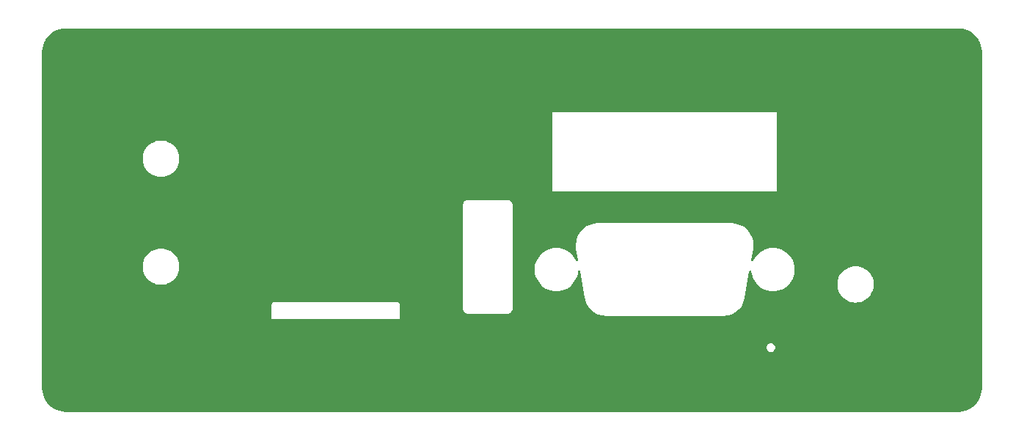
<source format=gbr>
%TF.GenerationSoftware,KiCad,Pcbnew,9.0.0*%
%TF.CreationDate,2025-03-14T14:53:35-04:00*%
%TF.ProjectId,MiniCamel_FrontPlate,4d696e69-4361-46d6-956c-5f46726f6e74,rev?*%
%TF.SameCoordinates,Original*%
%TF.FileFunction,Soldermask,Bot*%
%TF.FilePolarity,Negative*%
%FSLAX46Y46*%
G04 Gerber Fmt 4.6, Leading zero omitted, Abs format (unit mm)*
G04 Created by KiCad (PCBNEW 9.0.0) date 2025-03-14 14:53:35*
%MOMM*%
%LPD*%
G01*
G04 APERTURE LIST*
%ADD10C,4.064000*%
G04 APERTURE END LIST*
D10*
%TO.C,REF\u002A\u002A*%
X81310000Y-71791723D03*
X182460000Y-71791723D03*
X81310000Y-109010000D03*
X182460000Y-109010000D03*
%TD*%
G36*
X105191158Y-89788773D02*
G01*
X105220562Y-89791087D01*
X105230232Y-89792232D01*
X105391084Y-89817708D01*
X105400634Y-89819607D01*
X105429307Y-89826491D01*
X105438677Y-89829134D01*
X105593577Y-89879464D01*
X105602712Y-89882834D01*
X105629942Y-89894113D01*
X105638784Y-89898189D01*
X105783913Y-89972136D01*
X105792409Y-89976895D01*
X105817537Y-89992294D01*
X105825631Y-89997701D01*
X105957391Y-90093429D01*
X105965036Y-90099457D01*
X105987470Y-90118617D01*
X105994621Y-90125227D01*
X106109772Y-90240378D01*
X106116382Y-90247529D01*
X106135542Y-90269963D01*
X106141570Y-90277608D01*
X106237298Y-90409368D01*
X106242705Y-90417462D01*
X106258104Y-90442590D01*
X106262863Y-90451086D01*
X106336810Y-90596215D01*
X106340886Y-90605057D01*
X106352165Y-90632287D01*
X106355535Y-90641422D01*
X106405865Y-90796322D01*
X106408508Y-90805692D01*
X106415392Y-90834365D01*
X106417291Y-90843915D01*
X106442767Y-91004767D01*
X106443911Y-91014433D01*
X106446226Y-91043838D01*
X106446609Y-91053570D01*
X106446609Y-91216429D01*
X106446226Y-91226161D01*
X106443911Y-91255566D01*
X106442767Y-91265232D01*
X106417291Y-91426084D01*
X106415392Y-91435634D01*
X106408508Y-91464307D01*
X106405865Y-91473677D01*
X106355535Y-91628577D01*
X106352165Y-91637712D01*
X106340886Y-91664942D01*
X106336810Y-91673784D01*
X106262863Y-91818913D01*
X106258104Y-91827409D01*
X106242705Y-91852537D01*
X106237298Y-91860631D01*
X106141570Y-91992391D01*
X106135542Y-92000036D01*
X106116382Y-92022470D01*
X106109772Y-92029621D01*
X105994621Y-92144772D01*
X105987470Y-92151382D01*
X105965036Y-92170542D01*
X105957391Y-92176570D01*
X105825631Y-92272298D01*
X105817537Y-92277705D01*
X105792409Y-92293104D01*
X105783913Y-92297863D01*
X105638784Y-92371810D01*
X105629942Y-92375886D01*
X105602712Y-92387165D01*
X105593577Y-92390535D01*
X105438677Y-92440865D01*
X105429307Y-92443508D01*
X105400634Y-92450392D01*
X105391084Y-92452291D01*
X105230232Y-92477767D01*
X105220567Y-92478911D01*
X105191163Y-92481226D01*
X105181430Y-92481609D01*
X105018570Y-92481609D01*
X105008838Y-92481226D01*
X104979433Y-92478911D01*
X104969767Y-92477767D01*
X104808915Y-92452291D01*
X104799365Y-92450392D01*
X104770692Y-92443508D01*
X104761322Y-92440865D01*
X104606422Y-92390535D01*
X104597287Y-92387165D01*
X104570057Y-92375886D01*
X104561215Y-92371810D01*
X104416086Y-92297863D01*
X104407590Y-92293104D01*
X104382462Y-92277705D01*
X104374368Y-92272298D01*
X104242608Y-92176570D01*
X104234963Y-92170542D01*
X104212529Y-92151382D01*
X104205378Y-92144772D01*
X104090227Y-92029621D01*
X104083617Y-92022470D01*
X104064457Y-92000036D01*
X104058429Y-91992391D01*
X103962701Y-91860631D01*
X103957294Y-91852537D01*
X103941895Y-91827409D01*
X103937136Y-91818913D01*
X103863189Y-91673784D01*
X103859113Y-91664942D01*
X103847834Y-91637712D01*
X103844464Y-91628577D01*
X103794134Y-91473677D01*
X103791491Y-91464307D01*
X103784607Y-91435634D01*
X103782708Y-91426084D01*
X103757232Y-91265232D01*
X103756087Y-91255562D01*
X103753773Y-91226157D01*
X103753391Y-91216429D01*
X103753391Y-91053570D01*
X103753773Y-91043842D01*
X103756087Y-91014437D01*
X103757232Y-91004767D01*
X103782708Y-90843915D01*
X103784607Y-90834365D01*
X103791491Y-90805692D01*
X103794134Y-90796322D01*
X103844464Y-90641422D01*
X103847834Y-90632287D01*
X103859113Y-90605057D01*
X103863189Y-90596215D01*
X103937136Y-90451086D01*
X103941895Y-90442590D01*
X103957294Y-90417462D01*
X103962701Y-90409368D01*
X104058429Y-90277608D01*
X104064457Y-90269963D01*
X104083617Y-90247529D01*
X104090227Y-90240378D01*
X104205378Y-90125227D01*
X104212529Y-90118617D01*
X104234963Y-90099457D01*
X104242608Y-90093429D01*
X104374368Y-89997701D01*
X104382462Y-89992294D01*
X104407590Y-89976895D01*
X104416086Y-89972136D01*
X104561215Y-89898189D01*
X104570057Y-89894113D01*
X104597287Y-89882834D01*
X104606422Y-89879464D01*
X104761322Y-89829134D01*
X104770692Y-89826491D01*
X104799365Y-89819607D01*
X104808915Y-89817708D01*
X104969767Y-89792232D01*
X104979437Y-89791087D01*
X105008842Y-89788773D01*
X105018570Y-89788391D01*
X105181430Y-89788391D01*
X105191158Y-89788773D01*
G37*
G36*
X117831158Y-89778773D02*
G01*
X117860562Y-89781087D01*
X117870232Y-89782232D01*
X118031084Y-89807708D01*
X118040634Y-89809607D01*
X118069307Y-89816491D01*
X118078677Y-89819134D01*
X118233577Y-89869464D01*
X118242712Y-89872834D01*
X118269942Y-89884113D01*
X118278784Y-89888189D01*
X118423913Y-89962136D01*
X118432409Y-89966895D01*
X118457537Y-89982294D01*
X118465631Y-89987701D01*
X118597391Y-90083429D01*
X118605036Y-90089457D01*
X118627470Y-90108617D01*
X118634621Y-90115227D01*
X118749772Y-90230378D01*
X118756382Y-90237529D01*
X118775542Y-90259963D01*
X118781570Y-90267608D01*
X118877298Y-90399368D01*
X118882705Y-90407462D01*
X118898104Y-90432590D01*
X118902863Y-90441086D01*
X118976810Y-90586215D01*
X118980886Y-90595057D01*
X118992165Y-90622287D01*
X118995535Y-90631422D01*
X119045865Y-90786322D01*
X119048508Y-90795692D01*
X119055392Y-90824365D01*
X119057291Y-90833915D01*
X119082767Y-90994767D01*
X119083911Y-91004433D01*
X119086226Y-91033838D01*
X119086609Y-91043570D01*
X119086609Y-91206429D01*
X119086226Y-91216161D01*
X119083911Y-91245566D01*
X119082767Y-91255232D01*
X119057291Y-91416084D01*
X119055392Y-91425634D01*
X119048508Y-91454307D01*
X119045865Y-91463677D01*
X118995535Y-91618577D01*
X118992165Y-91627712D01*
X118980886Y-91654942D01*
X118976810Y-91663784D01*
X118902863Y-91808913D01*
X118898104Y-91817409D01*
X118882705Y-91842537D01*
X118877298Y-91850631D01*
X118781570Y-91982391D01*
X118775542Y-91990036D01*
X118756382Y-92012470D01*
X118749772Y-92019621D01*
X118634621Y-92134772D01*
X118627470Y-92141382D01*
X118605036Y-92160542D01*
X118597391Y-92166570D01*
X118465631Y-92262298D01*
X118457537Y-92267705D01*
X118432409Y-92283104D01*
X118423913Y-92287863D01*
X118278784Y-92361810D01*
X118269942Y-92365886D01*
X118242712Y-92377165D01*
X118233577Y-92380535D01*
X118078677Y-92430865D01*
X118069307Y-92433508D01*
X118040634Y-92440392D01*
X118031084Y-92442291D01*
X117870232Y-92467767D01*
X117860567Y-92468911D01*
X117831163Y-92471226D01*
X117821430Y-92471609D01*
X117658570Y-92471609D01*
X117648838Y-92471226D01*
X117619433Y-92468911D01*
X117609767Y-92467767D01*
X117448915Y-92442291D01*
X117439365Y-92440392D01*
X117410692Y-92433508D01*
X117401322Y-92430865D01*
X117246422Y-92380535D01*
X117237287Y-92377165D01*
X117210057Y-92365886D01*
X117201215Y-92361810D01*
X117056086Y-92287863D01*
X117047590Y-92283104D01*
X117022462Y-92267705D01*
X117014368Y-92262298D01*
X116882608Y-92166570D01*
X116874963Y-92160542D01*
X116852529Y-92141382D01*
X116845378Y-92134772D01*
X116730227Y-92019621D01*
X116723617Y-92012470D01*
X116704457Y-91990036D01*
X116698429Y-91982391D01*
X116602701Y-91850631D01*
X116597294Y-91842537D01*
X116581895Y-91817409D01*
X116577136Y-91808913D01*
X116503189Y-91663784D01*
X116499113Y-91654942D01*
X116487834Y-91627712D01*
X116484464Y-91618577D01*
X116434134Y-91463677D01*
X116431491Y-91454307D01*
X116424607Y-91425634D01*
X116422708Y-91416084D01*
X116397232Y-91255232D01*
X116396087Y-91245562D01*
X116393773Y-91216157D01*
X116393391Y-91206429D01*
X116393391Y-91043570D01*
X116393773Y-91033842D01*
X116396087Y-91004437D01*
X116397232Y-90994767D01*
X116422708Y-90833915D01*
X116424607Y-90824365D01*
X116431491Y-90795692D01*
X116434134Y-90786322D01*
X116484464Y-90631422D01*
X116487834Y-90622287D01*
X116499113Y-90595057D01*
X116503189Y-90586215D01*
X116577136Y-90441086D01*
X116581895Y-90432590D01*
X116597294Y-90407462D01*
X116602701Y-90399368D01*
X116698429Y-90267608D01*
X116704457Y-90259963D01*
X116723617Y-90237529D01*
X116730227Y-90230378D01*
X116845378Y-90115227D01*
X116852529Y-90108617D01*
X116874963Y-90089457D01*
X116882608Y-90083429D01*
X117014368Y-89987701D01*
X117022462Y-89982294D01*
X117047590Y-89966895D01*
X117056086Y-89962136D01*
X117201215Y-89888189D01*
X117210057Y-89884113D01*
X117237287Y-89872834D01*
X117246422Y-89869464D01*
X117401322Y-89819134D01*
X117410692Y-89816491D01*
X117439365Y-89809607D01*
X117448915Y-89807708D01*
X117609767Y-89782232D01*
X117619437Y-89781087D01*
X117648842Y-89778773D01*
X117658570Y-89778391D01*
X117821430Y-89778391D01*
X117831158Y-89778773D01*
G37*
G36*
X183894393Y-68278564D02*
G01*
X183923989Y-68282168D01*
X184130043Y-68332958D01*
X184144339Y-68337412D01*
X184447789Y-68452497D01*
X184461443Y-68458642D01*
X184748793Y-68609455D01*
X184761608Y-68617202D01*
X185028707Y-68801569D01*
X185040493Y-68810804D01*
X185283405Y-69026006D01*
X185293993Y-69036594D01*
X185509195Y-69279506D01*
X185518430Y-69291292D01*
X185702797Y-69558391D01*
X185710544Y-69571206D01*
X185861357Y-69858556D01*
X185867502Y-69872210D01*
X185982587Y-70175660D01*
X185987042Y-70189956D01*
X186064712Y-70505063D01*
X186067411Y-70519791D01*
X186106645Y-70842889D01*
X186107535Y-70855964D01*
X186109986Y-71018245D01*
X186110000Y-71020118D01*
X186110000Y-109699881D01*
X186109986Y-109701754D01*
X186107535Y-109864035D01*
X186106645Y-109877110D01*
X186067411Y-110200208D01*
X186064712Y-110214936D01*
X185987042Y-110530043D01*
X185982587Y-110544339D01*
X185867502Y-110847789D01*
X185861357Y-110861443D01*
X185710544Y-111148793D01*
X185702797Y-111161608D01*
X185518430Y-111428707D01*
X185509195Y-111440493D01*
X185293993Y-111683405D01*
X185283405Y-111693993D01*
X185040493Y-111909195D01*
X185028707Y-111918430D01*
X184761608Y-112102797D01*
X184748793Y-112110544D01*
X184461443Y-112261357D01*
X184447789Y-112267502D01*
X184144339Y-112382587D01*
X184130043Y-112387042D01*
X183814936Y-112464712D01*
X183800208Y-112467411D01*
X183477110Y-112506645D01*
X183464035Y-112507535D01*
X183301755Y-112509986D01*
X183299882Y-112510000D01*
X80437805Y-112510000D01*
X80436008Y-112509987D01*
X80272656Y-112507619D01*
X80259507Y-112506728D01*
X79934304Y-112467242D01*
X79919575Y-112464543D01*
X79602373Y-112386360D01*
X79588077Y-112381905D01*
X79282617Y-112266060D01*
X79268962Y-112259915D01*
X78979689Y-112108093D01*
X78966875Y-112100346D01*
X78698012Y-111914763D01*
X78686225Y-111905528D01*
X78441695Y-111688892D01*
X78431107Y-111678304D01*
X78214471Y-111433774D01*
X78205236Y-111421987D01*
X78019653Y-111153124D01*
X78011906Y-111140310D01*
X77860084Y-110851037D01*
X77853939Y-110837382D01*
X77738094Y-110531922D01*
X77733639Y-110517626D01*
X77655456Y-110200424D01*
X77652757Y-110185695D01*
X77613271Y-109860492D01*
X77612380Y-109847343D01*
X77610013Y-109683992D01*
X77610000Y-109682195D01*
X77610000Y-105008476D01*
X161242544Y-105008476D01*
X161242544Y-105151523D01*
X161282844Y-105288774D01*
X161360180Y-105409111D01*
X161468288Y-105502788D01*
X161468291Y-105502790D01*
X161598408Y-105562213D01*
X161740000Y-105582570D01*
X161881591Y-105562213D01*
X162011708Y-105502790D01*
X162011711Y-105502788D01*
X162119819Y-105409111D01*
X162197155Y-105288774D01*
X162237455Y-105151525D01*
X162237455Y-105151523D01*
X162239999Y-105080000D01*
X162237455Y-105008476D01*
X162237455Y-105008474D01*
X162197155Y-104871225D01*
X162119819Y-104750888D01*
X162011711Y-104657211D01*
X162011708Y-104657209D01*
X161881591Y-104597786D01*
X161740000Y-104577429D01*
X161598408Y-104597786D01*
X161468291Y-104657209D01*
X161468288Y-104657211D01*
X161360180Y-104750888D01*
X161282844Y-104871225D01*
X161242544Y-105008476D01*
X77610000Y-105008476D01*
X77610000Y-100133007D01*
X104090000Y-100133007D01*
X104090000Y-101743000D01*
X118919999Y-101743000D01*
X118919999Y-101742999D01*
X118919081Y-100133925D01*
X118916853Y-100080653D01*
X118916852Y-100080648D01*
X118876092Y-99982238D01*
X118876088Y-99982231D01*
X118800768Y-99906911D01*
X118800761Y-99906907D01*
X118702351Y-99866147D01*
X118702346Y-99866146D01*
X118649073Y-99863918D01*
X104360011Y-99863000D01*
X104360009Y-99863000D01*
X104306808Y-99865594D01*
X104208526Y-99906304D01*
X104133304Y-99981526D01*
X104092594Y-100079808D01*
X104090000Y-100133007D01*
X77610000Y-100133007D01*
X77610000Y-95596522D01*
X89252448Y-95596522D01*
X89252448Y-95883477D01*
X89291521Y-96167756D01*
X89291522Y-96167762D01*
X89368941Y-96444072D01*
X89483261Y-96707263D01*
X89632356Y-96952440D01*
X89632363Y-96952450D01*
X89813447Y-97175032D01*
X90023161Y-97370892D01*
X90023168Y-97370898D01*
X90257591Y-97536372D01*
X90257597Y-97536376D01*
X90512383Y-97668395D01*
X90782759Y-97764487D01*
X90782762Y-97764488D01*
X91063721Y-97822871D01*
X91350000Y-97842453D01*
X91636278Y-97822871D01*
X91917237Y-97764488D01*
X91917240Y-97764487D01*
X92187616Y-97668395D01*
X92442402Y-97536376D01*
X92442408Y-97536372D01*
X92676831Y-97370898D01*
X92676838Y-97370892D01*
X92886552Y-97175032D01*
X93067636Y-96952450D01*
X93067643Y-96952440D01*
X93216738Y-96707263D01*
X93331058Y-96444072D01*
X93408477Y-96167762D01*
X93408478Y-96167756D01*
X93447552Y-95883477D01*
X93449999Y-95740000D01*
X93447552Y-95596522D01*
X93408478Y-95312243D01*
X93408477Y-95312237D01*
X93331058Y-95035927D01*
X93216738Y-94772736D01*
X93067643Y-94527559D01*
X93067636Y-94527549D01*
X92886552Y-94304967D01*
X92676838Y-94109107D01*
X92676831Y-94109101D01*
X92442408Y-93943627D01*
X92442402Y-93943623D01*
X92187616Y-93811604D01*
X91917240Y-93715512D01*
X91917237Y-93715511D01*
X91636278Y-93657128D01*
X91350000Y-93637547D01*
X91063721Y-93657128D01*
X90782762Y-93715511D01*
X90782759Y-93715512D01*
X90512383Y-93811604D01*
X90257597Y-93943623D01*
X90257591Y-93943627D01*
X90023168Y-94109101D01*
X90023161Y-94109107D01*
X89813447Y-94304967D01*
X89632363Y-94527549D01*
X89632356Y-94527559D01*
X89483261Y-94772736D01*
X89368941Y-95035927D01*
X89291522Y-95312237D01*
X89291521Y-95312243D01*
X89252448Y-95596522D01*
X77610000Y-95596522D01*
X77610000Y-88609495D01*
X126200983Y-88609495D01*
X126200983Y-100590505D01*
X126203159Y-100663796D01*
X126241107Y-100805425D01*
X126314417Y-100932399D01*
X126314419Y-100932402D01*
X126418089Y-101036072D01*
X126418092Y-101036074D01*
X126545066Y-101109384D01*
X126686695Y-101147332D01*
X126759987Y-101149509D01*
X131360013Y-101149509D01*
X131433300Y-101147333D01*
X131433306Y-101147332D01*
X131574933Y-101109383D01*
X131574938Y-101109380D01*
X131701903Y-101036078D01*
X131701911Y-101036072D01*
X131805579Y-100932402D01*
X131805582Y-100932398D01*
X131878892Y-100805425D01*
X131916840Y-100663795D01*
X131919017Y-100590504D01*
X131919017Y-95922097D01*
X134486707Y-95922097D01*
X134486707Y-96236382D01*
X134526092Y-96548145D01*
X134526094Y-96548154D01*
X134604249Y-96852547D01*
X134719930Y-97144727D01*
X134719934Y-97144735D01*
X134871327Y-97420119D01*
X134871339Y-97420137D01*
X135056043Y-97674360D01*
X135056051Y-97674370D01*
X135271170Y-97903450D01*
X135513324Y-98103777D01*
X135778657Y-98272162D01*
X135778663Y-98272165D01*
X136063005Y-98405967D01*
X136063010Y-98405969D01*
X136361887Y-98503079D01*
X136670596Y-98561970D01*
X136670593Y-98561970D01*
X136984225Y-98581702D01*
X136984235Y-98581702D01*
X137297864Y-98561970D01*
X137606572Y-98503079D01*
X137905449Y-98405969D01*
X137905454Y-98405967D01*
X138189796Y-98272165D01*
X138189802Y-98272162D01*
X138455135Y-98103777D01*
X138697289Y-97903450D01*
X138912408Y-97674370D01*
X138912416Y-97674360D01*
X139097120Y-97420137D01*
X139097132Y-97420119D01*
X139248525Y-97144735D01*
X139248529Y-97144727D01*
X139364210Y-96852547D01*
X139442365Y-96548154D01*
X139442367Y-96548145D01*
X139477631Y-96269004D01*
X139505562Y-96204960D01*
X139563684Y-96166184D01*
X139633544Y-96164987D01*
X139692961Y-96201748D01*
X139722734Y-96262813D01*
X140271490Y-99345438D01*
X140271998Y-99348519D01*
X140290931Y-99472968D01*
X140292277Y-99476892D01*
X140413984Y-99878365D01*
X140648524Y-100317027D01*
X140963042Y-100700307D01*
X141346436Y-101014920D01*
X141785021Y-101249408D01*
X142251306Y-101390821D01*
X142251484Y-101390892D01*
X142252085Y-101391067D01*
X142253508Y-101391489D01*
X142260562Y-101393628D01*
X142748246Y-101441465D01*
X142753822Y-101442200D01*
X156174092Y-101430032D01*
X156213421Y-101436397D01*
X156220500Y-101438757D01*
X156225338Y-101440482D01*
X156227656Y-101441363D01*
X156234628Y-101440205D01*
X156707859Y-101393627D01*
X156713853Y-101391810D01*
X156715497Y-101391323D01*
X156716554Y-101391018D01*
X156716842Y-101390903D01*
X157183978Y-101249233D01*
X157622006Y-101014901D01*
X158005377Y-100700307D01*
X158319895Y-100317028D01*
X158554447Y-99878322D01*
X158698634Y-99402881D01*
X158698774Y-99401456D01*
X158698777Y-99401431D01*
X158698778Y-99401417D01*
X158703568Y-99352420D01*
X158704843Y-99343069D01*
X159245320Y-96260759D01*
X159276288Y-96198126D01*
X159336201Y-96162179D01*
X159406037Y-96164329D01*
X159463625Y-96203895D01*
X159490479Y-96266634D01*
X159526042Y-96548145D01*
X159526044Y-96548154D01*
X159604199Y-96852547D01*
X159719880Y-97144727D01*
X159719884Y-97144735D01*
X159871277Y-97420119D01*
X159871289Y-97420137D01*
X160055993Y-97674360D01*
X160056001Y-97674370D01*
X160271120Y-97903450D01*
X160513274Y-98103777D01*
X160778607Y-98272162D01*
X160778613Y-98272165D01*
X161062955Y-98405967D01*
X161062960Y-98405969D01*
X161361837Y-98503079D01*
X161670546Y-98561970D01*
X161670543Y-98561970D01*
X161984175Y-98581702D01*
X161984185Y-98581702D01*
X162297814Y-98561970D01*
X162606522Y-98503079D01*
X162905399Y-98405969D01*
X162905404Y-98405967D01*
X163189746Y-98272165D01*
X163189752Y-98272162D01*
X163455085Y-98103777D01*
X163697239Y-97903450D01*
X163912358Y-97674370D01*
X163912366Y-97674360D01*
X163939857Y-97636522D01*
X169422448Y-97636522D01*
X169422448Y-97923477D01*
X169461521Y-98207756D01*
X169461522Y-98207762D01*
X169538941Y-98484072D01*
X169653261Y-98747263D01*
X169802356Y-98992440D01*
X169802363Y-98992450D01*
X169983447Y-99215032D01*
X170193161Y-99410892D01*
X170193168Y-99410898D01*
X170427591Y-99576372D01*
X170427597Y-99576376D01*
X170682383Y-99708395D01*
X170952759Y-99804487D01*
X170952762Y-99804488D01*
X171233721Y-99862871D01*
X171520000Y-99882453D01*
X171806278Y-99862871D01*
X172087237Y-99804488D01*
X172087240Y-99804487D01*
X172357616Y-99708395D01*
X172612402Y-99576376D01*
X172612408Y-99576372D01*
X172846831Y-99410898D01*
X172846838Y-99410892D01*
X173056552Y-99215032D01*
X173237636Y-98992450D01*
X173237643Y-98992440D01*
X173386738Y-98747263D01*
X173501058Y-98484072D01*
X173578477Y-98207762D01*
X173578478Y-98207756D01*
X173617552Y-97923477D01*
X173619999Y-97780000D01*
X173617552Y-97636522D01*
X173578478Y-97352243D01*
X173578477Y-97352237D01*
X173501058Y-97075927D01*
X173386738Y-96812736D01*
X173237643Y-96567559D01*
X173237636Y-96567549D01*
X173056552Y-96344967D01*
X172846838Y-96149107D01*
X172846831Y-96149101D01*
X172612408Y-95983627D01*
X172612402Y-95983623D01*
X172357616Y-95851604D01*
X172087240Y-95755512D01*
X172087237Y-95755511D01*
X171806278Y-95697128D01*
X171520000Y-95677547D01*
X171233721Y-95697128D01*
X170952762Y-95755511D01*
X170952759Y-95755512D01*
X170682383Y-95851604D01*
X170427597Y-95983623D01*
X170427591Y-95983627D01*
X170193168Y-96149101D01*
X170193161Y-96149107D01*
X169983447Y-96344967D01*
X169802363Y-96567549D01*
X169802356Y-96567559D01*
X169653261Y-96812736D01*
X169538941Y-97075927D01*
X169461522Y-97352237D01*
X169461521Y-97352243D01*
X169422448Y-97636522D01*
X163939857Y-97636522D01*
X164097070Y-97420137D01*
X164097082Y-97420119D01*
X164248475Y-97144735D01*
X164248479Y-97144727D01*
X164364160Y-96852547D01*
X164442315Y-96548154D01*
X164442317Y-96548145D01*
X164481702Y-96236381D01*
X164484169Y-96079240D01*
X164481702Y-95922098D01*
X164442317Y-95610334D01*
X164442315Y-95610325D01*
X164364160Y-95305932D01*
X164248479Y-95013752D01*
X164248475Y-95013744D01*
X164097082Y-94738360D01*
X164097070Y-94738342D01*
X163912366Y-94484119D01*
X163912358Y-94484109D01*
X163697239Y-94255029D01*
X163455085Y-94054702D01*
X163189752Y-93886317D01*
X163189746Y-93886314D01*
X162905404Y-93752512D01*
X162905399Y-93752510D01*
X162606523Y-93655400D01*
X162297815Y-93596510D01*
X162297811Y-93596509D01*
X161984185Y-93576779D01*
X161984175Y-93576779D01*
X161670548Y-93596509D01*
X161670544Y-93596510D01*
X161361836Y-93655400D01*
X161062960Y-93752510D01*
X161062955Y-93752512D01*
X160778613Y-93886314D01*
X160778607Y-93886317D01*
X160513274Y-94054702D01*
X160271120Y-94255029D01*
X160056001Y-94484109D01*
X160055993Y-94484119D01*
X159871289Y-94738342D01*
X159871277Y-94738360D01*
X159719884Y-95013744D01*
X159719879Y-95013756D01*
X159707832Y-95044182D01*
X159664850Y-95099267D01*
X159598911Y-95122369D01*
X159530948Y-95106154D01*
X159482542Y-95055770D01*
X159469059Y-94987214D01*
X159470404Y-94977117D01*
X159690880Y-93719757D01*
X159701960Y-93690488D01*
X159705124Y-93679277D01*
X159705390Y-93673881D01*
X159746598Y-93256391D01*
X159746604Y-93256356D01*
X159746631Y-93256050D01*
X159747309Y-93249175D01*
X159746684Y-93242833D01*
X159746629Y-93242206D01*
X159746614Y-93242119D01*
X159698779Y-92757055D01*
X159698771Y-92756902D01*
X159698729Y-92756559D01*
X159698600Y-92755258D01*
X159554569Y-92280590D01*
X159553907Y-92278884D01*
X159319929Y-91841254D01*
X159005317Y-91457861D01*
X158624142Y-91145330D01*
X158623009Y-91144303D01*
X158621554Y-91143168D01*
X158621029Y-91142804D01*
X158183980Y-90908987D01*
X157708499Y-90764788D01*
X157705249Y-90764594D01*
X157215347Y-90716280D01*
X157214368Y-90716280D01*
X141794295Y-90728192D01*
X141754995Y-90721832D01*
X141750938Y-90720480D01*
X141745255Y-90718430D01*
X141741233Y-90716868D01*
X141734459Y-90717961D01*
X141263126Y-90764598D01*
X141259892Y-90764794D01*
X140784437Y-90908987D01*
X140347516Y-91142737D01*
X140346446Y-91143478D01*
X140345871Y-91143925D01*
X140344670Y-91145007D01*
X139963070Y-91457888D01*
X139648505Y-91841224D01*
X139414152Y-92279559D01*
X139269821Y-92755217D01*
X139269708Y-92756369D01*
X139269644Y-92756889D01*
X139269631Y-92757159D01*
X139221292Y-93247313D01*
X139221024Y-93249204D01*
X139221309Y-93251200D01*
X139261894Y-93662058D01*
X139261085Y-93669521D01*
X139263714Y-93684288D01*
X139264403Y-93689273D01*
X139265228Y-93692787D01*
X139490416Y-94957775D01*
X139482785Y-95027226D01*
X139438818Y-95081528D01*
X139372472Y-95103438D01*
X139304813Y-95086001D01*
X139257322Y-95034753D01*
X139253042Y-95025152D01*
X139248527Y-95013748D01*
X139248525Y-95013744D01*
X139097132Y-94738360D01*
X139097120Y-94738342D01*
X138912416Y-94484119D01*
X138912408Y-94484109D01*
X138697289Y-94255029D01*
X138455135Y-94054702D01*
X138189802Y-93886317D01*
X138189796Y-93886314D01*
X137905454Y-93752512D01*
X137905449Y-93752510D01*
X137606573Y-93655400D01*
X137297865Y-93596510D01*
X137297861Y-93596509D01*
X136984235Y-93576779D01*
X136984225Y-93576779D01*
X136670598Y-93596509D01*
X136670594Y-93596510D01*
X136361886Y-93655400D01*
X136063010Y-93752510D01*
X136063005Y-93752512D01*
X135778663Y-93886314D01*
X135778657Y-93886317D01*
X135513324Y-94054702D01*
X135271170Y-94255029D01*
X135056051Y-94484109D01*
X135056043Y-94484119D01*
X134871339Y-94738342D01*
X134871327Y-94738360D01*
X134719934Y-95013744D01*
X134719930Y-95013752D01*
X134604249Y-95305932D01*
X134526094Y-95610325D01*
X134526092Y-95610334D01*
X134486707Y-95922097D01*
X131919017Y-95922097D01*
X131919017Y-88609521D01*
X131916825Y-88536201D01*
X131878881Y-88394576D01*
X131805577Y-88267604D01*
X131805575Y-88267601D01*
X131701903Y-88163927D01*
X131701901Y-88163926D01*
X131574929Y-88090617D01*
X131433306Y-88052668D01*
X131433300Y-88052667D01*
X131360013Y-88050492D01*
X126759987Y-88050492D01*
X126686695Y-88052668D01*
X126545066Y-88090616D01*
X126418092Y-88163926D01*
X126418089Y-88163928D01*
X126314419Y-88267598D01*
X126314417Y-88267601D01*
X126241107Y-88394575D01*
X126203159Y-88536204D01*
X126200983Y-88609495D01*
X77610000Y-88609495D01*
X77610000Y-87080000D01*
X136474999Y-87080000D01*
X162445001Y-87080000D01*
X162445001Y-77880000D01*
X136474999Y-77880000D01*
X136474999Y-87080000D01*
X77610000Y-87080000D01*
X77610000Y-83126522D01*
X89252448Y-83126522D01*
X89252448Y-83413477D01*
X89291521Y-83697756D01*
X89291522Y-83697762D01*
X89368941Y-83974072D01*
X89483261Y-84237263D01*
X89632356Y-84482440D01*
X89632363Y-84482450D01*
X89813447Y-84705032D01*
X90023161Y-84900892D01*
X90023168Y-84900898D01*
X90257591Y-85066372D01*
X90257597Y-85066376D01*
X90512383Y-85198395D01*
X90782759Y-85294487D01*
X90782762Y-85294488D01*
X91063721Y-85352871D01*
X91350000Y-85372453D01*
X91636278Y-85352871D01*
X91917237Y-85294488D01*
X91917240Y-85294487D01*
X92187616Y-85198395D01*
X92442402Y-85066376D01*
X92442408Y-85066372D01*
X92676831Y-84900898D01*
X92676838Y-84900892D01*
X92886552Y-84705032D01*
X93067636Y-84482450D01*
X93067643Y-84482440D01*
X93216738Y-84237263D01*
X93331058Y-83974072D01*
X93408477Y-83697762D01*
X93408478Y-83697756D01*
X93447552Y-83413477D01*
X93449999Y-83270000D01*
X93447552Y-83126522D01*
X93408478Y-82842243D01*
X93408477Y-82842237D01*
X93331058Y-82565927D01*
X93216738Y-82302736D01*
X93067643Y-82057559D01*
X93067636Y-82057549D01*
X92886552Y-81834967D01*
X92676838Y-81639107D01*
X92676831Y-81639101D01*
X92442408Y-81473627D01*
X92442402Y-81473623D01*
X92187616Y-81341604D01*
X91917240Y-81245512D01*
X91917237Y-81245511D01*
X91636278Y-81187128D01*
X91350000Y-81167547D01*
X91063721Y-81187128D01*
X90782762Y-81245511D01*
X90782759Y-81245512D01*
X90512383Y-81341604D01*
X90257597Y-81473623D01*
X90257591Y-81473627D01*
X90023168Y-81639101D01*
X90023161Y-81639107D01*
X89813447Y-81834967D01*
X89632363Y-82057549D01*
X89632356Y-82057559D01*
X89483261Y-82302736D01*
X89368941Y-82565927D01*
X89291522Y-82842237D01*
X89291521Y-82842243D01*
X89252448Y-83126522D01*
X77610000Y-83126522D01*
X77610000Y-71020118D01*
X77610014Y-71018246D01*
X77612464Y-70855965D01*
X77613354Y-70842889D01*
X77652588Y-70519791D01*
X77655287Y-70505063D01*
X77732957Y-70189956D01*
X77737412Y-70175660D01*
X77852497Y-69872210D01*
X77858642Y-69858556D01*
X78009455Y-69571206D01*
X78017202Y-69558391D01*
X78201569Y-69291292D01*
X78210804Y-69279506D01*
X78426006Y-69036594D01*
X78436594Y-69026006D01*
X78679506Y-68810804D01*
X78691292Y-68801569D01*
X78958391Y-68617202D01*
X78971206Y-68609455D01*
X79258556Y-68458642D01*
X79272210Y-68452497D01*
X79575660Y-68337412D01*
X79589956Y-68332957D01*
X79905063Y-68255287D01*
X79919791Y-68252588D01*
X80242889Y-68213354D01*
X80255965Y-68212464D01*
X80301931Y-68211770D01*
X80303883Y-68211756D01*
X183894393Y-68278564D01*
G37*
M02*

</source>
